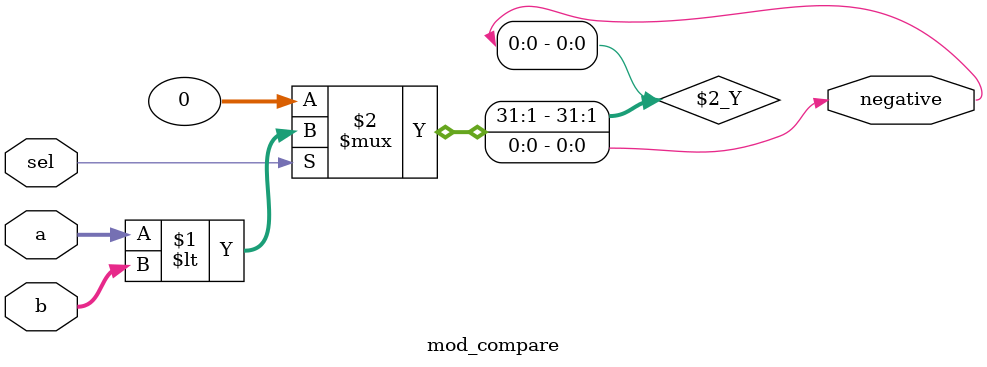
<source format=sv>
module mod_compare #(parameter width = 4)(
    input logic [width - 1 : 0] a,b,
	input logic sel,
    output logic negative
);

	assign negative = sel ? (a < b):0;
endmodule
</source>
